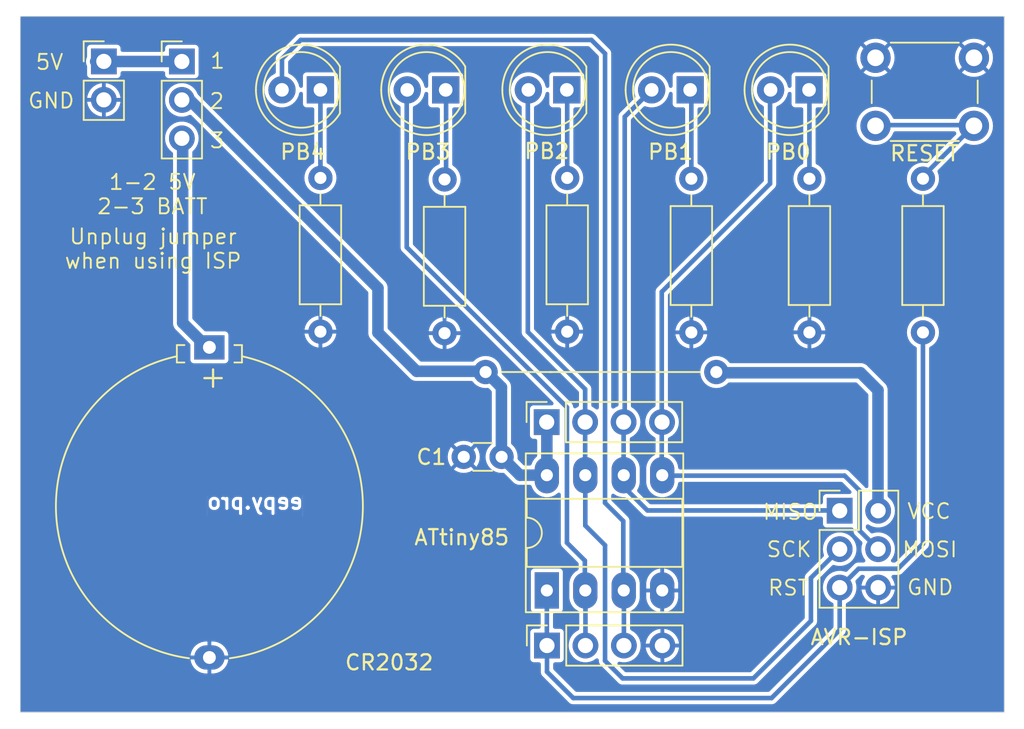
<source format=kicad_pcb>
(kicad_pcb (version 20240108) (generator "pcbnew") (generator_version "8.0")
  (title_block (title "avr-chaser-pcb") (date "2024-08-06") (rev "A") (company "eepy.pro"))
  (layers (0 "F.Cu" signal) (31 "B.Cu" signal) (34 "B.Paste" user) (35 "F.Paste" user) (36 "B.SilkS" user "B.Silkscreen") (37 "F.SilkS" user "F.Silkscreen") (38 "B.Mask" user) (39 "F.Mask" user) (44 "Edge.Cuts" user))
  (net 0 "")
  (net 1 "VCC")
  (net 2 "GND")
  (net 3 "Net-(D1-K)")
  (net 4 "/MOSI")
  (net 5 "/MISO")
  (net 6 "Net-(D2-K)")
  (net 7 "/SCK")
  (net 8 "Net-(D3-K)")
  (net 9 "Net-(D4-K)")
  (net 10 "Net-(D5-K)")
  (net 11 "/RESET")
  (net 12 "Net-(R6-Pad1)")
  (net 13 "+BATT")
  (net 14 "+5V")
  (net 15 "Net-(J1-VCC)")
  (net 16 "/PB3")
  (net 17 "/PB4")
  (footprint "Capacitor_THT:C_Disc_D3.0mm_W1.6mm_P2.50mm" (layer "F.Cu") (at 101.965999 73.258387 180)
    (property "Reference" "C1" (at 4.64 -0.010001 0) (layer "F.SilkS"))
    (property "Value" "0.1u" (hide yes))
    (fp_line (start 0.621 0.92) (end 1.879 0.92) (stroke (width 0.12)) (layer "F.SilkS"))
    (fp_line (start 0.621 -0.92) (end 1.879 -0.92) (stroke (width 0.12)) (layer "F.SilkS"))
    (pad "1" thru_hole circle (at 0 0 180) (size 1.6 1.6) (drill 0.8) (layers "*.Cu" "*.Mask") (net 1 "VCC"))
    (pad "2" thru_hole circle (at 2.5 0 180) (size 1.6 1.6) (drill 0.8) (layers "*.Cu" "*.Mask") (net 2 "GND"))
  )
  (footprint "Resistor_THT:R_Axial_DIN0207_L6.3mm_D2.5mm_P10.16mm_Horizontal" (layer "F.Cu") (at 122.3 54.87 -90)
    (property "Reference" "R1" (hide yes))
    (property "Value" "R")
    (fp_line (start 1.81 1.37) (end 8.35 1.37) (stroke (width 0.12)) (layer "F.SilkS"))
    (fp_line (start 8.35 1.37) (end 8.35 -1.37) (stroke (width 0.12)) (layer "F.SilkS"))
    (fp_line (start 1.04 0) (end 1.81 0) (stroke (width 0.12)) (layer "F.SilkS"))
    (fp_line (start 9.12 0) (end 8.35 0) (stroke (width 0.12)) (layer "F.SilkS"))
    (fp_line (start 1.81 -1.37) (end 1.81 1.37) (stroke (width 0.12)) (layer "F.SilkS"))
    (fp_line (start 8.35 -1.37) (end 1.81 -1.37) (stroke (width 0.12)) (layer "F.SilkS"))
    (pad "1" thru_hole circle (at 0 0 270) (size 1.6 1.6) (drill 0.8) (layers "*.Cu" "*.Mask") (net 3 "Net-(D1-K)"))
    (pad "2" thru_hole oval (at 10.16 0 270) (size 1.6 1.6) (drill 0.8) (layers "*.Cu" "*.Mask") (net 2 "GND"))
  )
  (footprint "Connector_PinSocket_2.54mm:PinSocket_1x04_P2.54mm_Vertical" (layer "F.Cu") (at 104.946 70.958387 90)
    (property "Reference" "J4" (hide yes))
    (property "Value" "Conn_01x04_Socket" (hide yes))
    (fp_line (start 1.33 -1.33) (end 1.33 0) (stroke (width 0.12)) (layer "F.SilkS"))
    (fp_line (start 0 -1.33) (end 1.33 -1.33) (stroke (width 0.12)) (layer "F.SilkS"))
    (fp_line (start 1.33 1.270001) (end 1.33 8.95) (stroke (width 0.12)) (layer "F.SilkS"))
    (fp_line (start -1.33 1.270001) (end 1.33 1.270001) (stroke (width 0.12)) (layer "F.SilkS"))
    (fp_line (start -1.33 1.270001) (end -1.33 8.95) (stroke (width 0.12)) (layer "F.SilkS"))
    (fp_line (start -1.33 8.95) (end 1.33 8.95) (stroke (width 0.12)) (layer "F.SilkS"))
    (pad "1" thru_hole rect (at 0 0 90) (size 1.7 1.7) (drill 1) (layers "*.Cu" "*.Mask") (net 1 "VCC"))
    (pad "2" thru_hole oval (at 0 2.54 90) (size 1.7 1.7) (drill 1) (layers "*.Cu" "*.Mask") (net 7 "/SCK"))
    (pad "3" thru_hole oval (at 0 5.079999 90) (size 1.7 1.7) (drill 1) (layers "*.Cu" "*.Mask") (net 5 "/MISO"))
    (pad "4" thru_hole oval (at 0 7.62 90) (size 1.7 1.7) (drill 1) (layers "*.Cu" "*.Mask") (net 4 "/MOSI"))
  )
  (footprint "LED_THT:LED_D5.0mm" (layer "F.Cu") (at 90 48.998387 180)
    (property "Reference" "D5" (hide yes))
    (property "Value" "PB4" (at 1.171 -4.101613 180) (layer "F.SilkS"))
    (fp_line (start -1.29 -1.545) (end -1.29 1.545) (stroke (width 0.12)) (layer "F.SilkS"))
    (fp_arc (start 4.26 -0.000462) (mid 2.072002 2.880432) (end -1.29 1.54483) (stroke (width 0.12)) (layer "F.SilkS"))
    (fp_arc (start -1.29 -1.54483) (mid 2.072003 -2.880435) (end 4.26 0.000462) (stroke (width 0.12)) (layer "F.SilkS"))
    (fp_circle (center 1.270001 0) (end 3.770001 0) (stroke (width 0.12)) (fill none) (layer "F.SilkS"))
    (pad "1" thru_hole rect (at 0 0 180) (size 1.8 1.8) (drill 0.9) (layers "*.Cu" "*.Mask") (net 10 "Net-(D5-K)"))
    (pad "2" thru_hole circle (at 2.54 0 180) (size 1.8 1.8) (drill 0.9) (layers "*.Cu" "*.Mask") (net 17 "/PB4"))
  )
  (footprint "LED_THT:LED_D5.0mm" (layer "F.Cu") (at 122.275 48.998387 180)
    (property "Reference" "D1" (hide yes))
    (property "Value" "PB0" (at 1.370999 -4.101613 180) (layer "F.SilkS"))
    (fp_line (start -1.29 -1.545) (end -1.29 1.545) (stroke (width 0.12)) (layer "F.SilkS"))
    (fp_arc (start 4.26 -0.000462) (mid 2.072002 2.880432) (end -1.29 1.54483) (stroke (width 0.12)) (layer "F.SilkS"))
    (fp_arc (start -1.29 -1.54483) (mid 2.072003 -2.880435) (end 4.26 0.000462) (stroke (width 0.12)) (layer "F.SilkS"))
    (fp_circle (center 1.270001 0) (end 3.770001 0) (stroke (width 0.12)) (fill none) (layer "F.SilkS"))
    (pad "1" thru_hole rect (at 0 0 180) (size 1.8 1.8) (drill 0.9) (layers "*.Cu" "*.Mask") (net 3 "Net-(D1-K)"))
    (pad "2" thru_hole circle (at 2.54 0 180) (size 1.8 1.8) (drill 0.9) (layers "*.Cu" "*.Mask") (net 4 "/MOSI"))
  )
  (footprint "Connector_PinHeader_2.54mm:PinHeader_1x03_P2.54mm_Vertical" (layer "F.Cu") (at 80.846122 47.123388)
    (property "Reference" "J2" (hide yes))
    (property "Value" "PWR SEL" (hide yes))
    (fp_line (start -1.33 -1.33) (end 0 -1.33) (stroke (width 0.12)) (layer "F.SilkS"))
    (fp_line (start -1.33 0) (end -1.33 -1.33) (stroke (width 0.12)) (layer "F.SilkS"))
    (fp_line (start -1.33 1.270001) (end -1.33 6.409999) (stroke (width 0.12)) (layer "F.SilkS"))
    (fp_line (start -1.33 1.270001) (end 1.33 1.270001) (stroke (width 0.12)) (layer "F.SilkS"))
    (fp_line (start -1.33 6.409999) (end 1.33 6.409999) (stroke (width 0.12)) (layer "F.SilkS"))
    (fp_line (start 1.33 1.270001) (end 1.33 6.409999) (stroke (width 0.12)) (layer "F.SilkS"))
    (pad "1" thru_hole rect (at 0 0) (size 1.7 1.7) (drill 1) (layers "*.Cu" "*.Mask") (net 14 "+5V"))
    (pad "2" thru_hole oval (at 0 2.54) (size 1.7 1.7) (drill 1) (layers "*.Cu" "*.Mask") (net 1 "VCC"))
    (pad "3" thru_hole oval (at 0 5.079999) (size 1.7 1.7) (drill 1) (layers "*.Cu" "*.Mask") (net 13 "+BATT"))
  )
  (footprint "Connector_PinHeader_2.54mm:PinHeader_2x03_P2.54mm_Vertical" (layer "F.Cu") (at 124.3 76.818387)
    (property "Reference" "J1" (hide yes))
    (property "Value" "AVR-ISP" (at 1.28 8.36 0) (layer "F.SilkS"))
    (fp_line (start -1.33 -1.33) (end 0 -1.33) (stroke (width 0.12)) (layer "F.SilkS"))
    (fp_line (start -1.33 0) (end -1.33 -1.33) (stroke (width 0.12)) (layer "F.SilkS"))
    (fp_line (start -1.33 1.270001) (end -1.33 6.409999) (stroke (width 0.12)) (layer "F.SilkS"))
    (fp_line (start -1.33 1.270001) (end 1.27 1.27) (stroke (width 0.12)) (layer "F.SilkS"))
    (fp_line (start -1.33 6.409999) (end 3.87 6.41) (stroke (width 0.12)) (layer "F.SilkS"))
    (fp_line (start 1.27 1.27) (end 1.270001 -1.33) (stroke (width 0.12)) (layer "F.SilkS"))
    (fp_line (start 1.270001 -1.33) (end 3.87 -1.33) (stroke (width 0.12)) (layer "F.SilkS"))
    (fp_line (start 3.87 -1.33) (end 3.87 6.41) (stroke (width 0.12)) (layer "F.SilkS"))
    (pad "1" thru_hole rect (at 0 0) (size 1.7 1.7) (drill 1) (layers "*.Cu" "*.Mask") (net 5 "/MISO"))
    (pad "2" thru_hole oval (at 2.54 0) (size 1.7 1.7) (drill 1) (layers "*.Cu" "*.Mask") (net 15 "Net-(J1-VCC)"))
    (pad "3" thru_hole oval (at 0 2.54) (size 1.7 1.7) (drill 1) (layers "*.Cu" "*.Mask") (net 7 "/SCK"))
    (pad "4" thru_hole oval (at 2.54 2.54) (size 1.7 1.7) (drill 1) (layers "*.Cu" "*.Mask") (net 4 "/MOSI"))
    (pad "5" thru_hole oval (at 0 5.079999) (size 1.7 1.7) (drill 1) (layers "*.Cu" "*.Mask") (net 11 "/RESET"))
    (pad "6" thru_hole oval (at 2.54 5.08) (size 1.7 1.7) (drill 1) (layers "*.Cu" "*.Mask") (net 2 "GND"))
  )
  (footprint "Resistor_THT:R_Axial_DIN0207_L6.3mm_D2.5mm_P15.24mm_Horizontal" (layer "F.Cu") (at 100.91 67.65)
    (property "Reference" "R7" (hide yes))
    (property "Value" "0R" (hide yes))
    (fp_line (start 1.04 0) (end 4.35 0) (stroke (width 0.12)) (layer "F.SilkS"))
    (fp_line (start 4.23 0) (end 10.89 0) (stroke (width 0.12)) (layer "F.SilkS"))
    (fp_line (start 14.2 0) (end 10.89 0) (stroke (width 0.12)) (layer "F.SilkS"))
    (pad "1" thru_hole circle (at 0 0) (size 1.6 1.6) (drill 0.8) (layers "*.Cu" "*.Mask") (net 1 "VCC"))
    (pad "2" thru_hole oval (at 15.24 0) (size 1.6 1.6) (drill 0.8) (layers "*.Cu" "*.Mask") (net 15 "Net-(J1-VCC)"))
  )
  (footprint "LED_THT:LED_D5.0mm" (layer "F.Cu") (at 114.421 48.998387 180)
    (property "Reference" "D2" (hide yes))
    (property "Value" "PB1" (at 1.295 -4.101613 180) (layer "F.SilkS"))
    (fp_line (start -1.29 -1.545) (end -1.29 1.545) (stroke (width 0.12)) (layer "F.SilkS"))
    (fp_arc (start 4.26 -0.000462) (mid 2.072002 2.880432) (end -1.29 1.54483) (stroke (width 0.12)) (layer "F.SilkS"))
    (fp_arc (start -1.29 -1.54483) (mid 2.072003 -2.880435) (end 4.26 0.000462) (stroke (width 0.12)) (layer "F.SilkS"))
    (fp_circle (center 1.270001 0) (end 3.770001 0) (stroke (width 0.12)) (fill none) (layer "F.SilkS"))
    (pad "1" thru_hole rect (at 0 0 180) (size 1.8 1.8) (drill 0.9) (layers "*.Cu" "*.Mask") (net 6 "Net-(D2-K)"))
    (pad "2" thru_hole circle (at 2.54 0 180) (size 1.8 1.8) (drill 0.9) (layers "*.Cu" "*.Mask") (net 5 "/MISO"))
  )
  (footprint "Connector_PinHeader_2.54mm:PinHeader_1x02_P2.54mm_Vertical" (layer "F.Cu") (at 75.692 47.117387)
    (property "Reference" "J3" (hide yes))
    (property "Value" "5V IN" (hide yes))
    (fp_line (start -1.33 -1.33) (end 0 -1.33) (stroke (width 0.12)) (layer "F.SilkS"))
    (fp_line (start -1.33 0) (end -1.33 -1.33) (stroke (width 0.12)) (layer "F.SilkS"))
    (fp_line (start -1.33 1.270001) (end -1.33 3.87) (stroke (width 0.12)) (layer "F.SilkS"))
    (fp_line (start -1.33 1.270001) (end 1.33 1.270001) (stroke (width 0.12)) (layer "F.SilkS"))
    (fp_line (start -1.33 3.87) (end 1.33 3.87) (stroke (width 0.12)) (layer "F.SilkS"))
    (fp_line (start 1.33 1.270001) (end 1.33 3.87) (stroke (width 0.12)) (layer "F.SilkS"))
    (pad "1" thru_hole rect (at 0 0) (size 1.7 1.7) (drill 1) (layers "*.Cu" "*.Mask") (net 14 "+5V"))
    (pad "2" thru_hole oval (at 0 2.54) (size 1.7 1.7) (drill 1) (layers "*.Cu" "*.Mask") (net 2 "GND"))
  )
  (footprint "Resistor_THT:R_Axial_DIN0207_L6.3mm_D2.5mm_P10.16mm_Horizontal" (layer "F.Cu") (at 106.3 54.82 -90)
    (property "Reference" "R3" (hide yes))
    (property "Value" "R")
    (fp_line (start 1.81 1.37) (end 8.35 1.37) (stroke (width 0.12)) (layer "F.SilkS"))
    (fp_line (start 8.35 1.37) (end 8.35 -1.37) (stroke (width 0.12)) (layer "F.SilkS"))
    (fp_line (start 1.04 0) (end 1.81 0) (stroke (width 0.12)) (layer "F.SilkS"))
    (fp_line (start 9.12 0) (end 8.35 0) (stroke (width 0.12)) (layer "F.SilkS"))
    (fp_line (start 1.81 -1.37) (end 1.81 1.37) (stroke (width 0.12)) (layer "F.SilkS"))
    (fp_line (start 8.35 -1.37) (end 1.81 -1.37) (stroke (width 0.12)) (layer "F.SilkS"))
    (pad "1" thru_hole circle (at 0 0 270) (size 1.6 1.6) (drill 0.8) (layers "*.Cu" "*.Mask") (net 8 "Net-(D3-K)"))
    (pad "2" thru_hole oval (at 10.16 0 270) (size 1.6 1.6) (drill 0.8) (layers "*.Cu" "*.Mask") (net 2 "GND"))
  )
  (footprint "Resistor_THT:R_Axial_DIN0207_L6.3mm_D2.5mm_P10.16mm_Horizontal" (layer "F.Cu") (at 90 54.82 -90)
    (property "Reference" "R5" (hide yes))
    (property "Value" "R")
    (fp_line (start 1.81 1.37) (end 8.35 1.37) (stroke (width 0.12)) (layer "F.SilkS"))
    (fp_line (start 8.35 1.37) (end 8.35 -1.37) (stroke (width 0.12)) (layer "F.SilkS"))
    (fp_line (start 1.04 0) (end 1.81 0) (stroke (width 0.12)) (layer "F.SilkS"))
    (fp_line (start 9.12 0) (end 8.35 0) (stroke (width 0.12)) (layer "F.SilkS"))
    (fp_line (start 1.81 -1.37) (end 1.81 1.37) (stroke (width 0.12)) (layer "F.SilkS"))
    (fp_line (start 8.35 -1.37) (end 1.81 -1.37) (stroke (width 0.12)) (layer "F.SilkS"))
    (pad "1" thru_hole circle (at 0 0 270) (size 1.6 1.6) (drill 0.8) (layers "*.Cu" "*.Mask") (net 10 "Net-(D5-K)"))
    (pad "2" thru_hole oval (at 10.16 0 270) (size 1.6 1.6) (drill 0.8) (layers "*.Cu" "*.Mask") (net 2 "GND"))
  )
  (footprint "Resistor_THT:R_Axial_DIN0207_L6.3mm_D2.5mm_P10.16mm_Horizontal" (layer "F.Cu") (at 98.2 54.92 -90)
    (property "Reference" "R4" (hide yes))
    (property "Value" "R")
    (fp_line (start 1.81 1.37) (end 8.35 1.37) (stroke (width 0.12)) (layer "F.SilkS"))
    (fp_line (start 8.35 1.37) (end 8.35 -1.37) (stroke (width 0.12)) (layer "F.SilkS"))
    (fp_line (start 1.04 0) (end 1.81 0) (stroke (width 0.12)) (layer "F.SilkS"))
    (fp_line (start 9.12 0) (end 8.35 0) (stroke (width 0.12)) (layer "F.SilkS"))
    (fp_line (start 1.81 -1.37) (end 1.81 1.37) (stroke (width 0.12)) (layer "F.SilkS"))
    (fp_line (start 8.35 -1.37) (end 1.81 -1.37) (stroke (width 0.12)) (layer "F.SilkS"))
    (pad "1" thru_hole circle (at 0 0 270) (size 1.6 1.6) (drill 0.8) (layers "*.Cu" "*.Mask") (net 9 "Net-(D4-K)"))
    (pad "2" thru_hole oval (at 10.16 0 270) (size 1.6 1.6) (drill 0.8) (layers "*.Cu" "*.Mask") (net 2 "GND"))
  )
  (footprint "Button_Switch_THT:SW_PUSH_6mm" (layer "F.Cu") (at 126.666 46.878387)
    (property "Reference" "SW1" (hide yes))
    (property "Value" "RESET" (at 3.234 6.321613 180) (layer "F.SilkS"))
    (fp_line (start -0.25 1.5) (end -0.25 3) (stroke (width 0.12)) (layer "F.SilkS"))
    (fp_line (start 1 5.5) (end 5.5 5.5) (stroke (width 0.12)) (layer "F.SilkS"))
    (fp_line (start 5.5 -1) (end 1 -1) (stroke (width 0.12)) (layer "F.SilkS"))
    (fp_line (start 6.75 3) (end 6.75 1.5) (stroke (width 0.12)) (layer "F.SilkS"))
    (pad "1" thru_hole circle (at 0 0 90) (size 2 2) (drill 1.1) (layers "*.Cu" "*.Mask") (net 2 "GND"))
    (pad "1" thru_hole circle (at 6.5 0 90) (size 2 2) (drill 1.1) (layers "*.Cu" "*.Mask") (net 2 "GND"))
    (pad "2" thru_hole circle (at 0 4.500001 90) (size 2 2) (drill 1.1) (layers "*.Cu" "*.Mask") (net 12 "Net-(R6-Pad1)"))
    (pad "2" thru_hole circle (at 6.500001 4.5 90) (size 2 2) (drill 1.1) (layers "*.Cu" "*.Mask") (net 12 "Net-(R6-Pad1)"))
  )
  (footprint "LED_THT:LED_D5.0mm" (layer "F.Cu") (at 98.275 49 180)
    (property "Reference" "D4" (hide yes))
    (property "Value" "PB3" (at 1.171001 -4.101613 180) (layer "F.SilkS"))
    (fp_line (start -1.29 -1.545) (end -1.29 1.545) (stroke (width 0.12)) (layer "F.SilkS"))
    (fp_arc (start 4.26 -0.000462) (mid 2.072002 2.880432) (end -1.29 1.54483) (stroke (width 0.12)) (layer "F.SilkS"))
    (fp_arc (start -1.29 -1.54483) (mid 2.072003 -2.880435) (end 4.26 0.000462) (stroke (width 0.12)) (layer "F.SilkS"))
    (fp_circle (center 1.270001 0) (end 3.770001 0) (stroke (width 0.12)) (fill none) (layer "F.SilkS"))
    (pad "1" thru_hole rect (at 0 0 180) (size 1.8 1.8) (drill 0.9) (layers "*.Cu" "*.Mask") (net 9 "Net-(D4-K)"))
    (pad "2" thru_hole circle (at 2.54 0 180) (size 1.8 1.8) (drill 0.9) (layers "*.Cu" "*.Mask") (net 16 "/PB3"))
  )
  (footprint "Connector_PinSocket_2.54mm:PinSocket_1x04_P2.54mm_Vertical" (layer "F.Cu") (at 104.966 85.728387 90)
    (property "Reference" "J5" (hide yes))
    (property "Value" "Conn_01x04_Socket" (hide yes))
    (fp_line (start 1.33 -1.33) (end 1.33 0) (stroke (width 0.12)) (layer "F.SilkS"))
    (fp_line (start 0 -1.33) (end 1.33 -1.33) (stroke (width 0.12)) (layer "F.SilkS"))
    (fp_line (start 1.33 1.270001) (end 1.33 8.95) (stroke (width 0.12)) (layer "F.SilkS"))
    (fp_line (start -1.33 1.270001) (end 1.33 1.270001) (stroke (width 0.12)) (layer "F.SilkS"))
    (fp_line (start -1.33 1.270001) (end -1.33 8.95) (stroke (width 0.12)) (layer "F.SilkS"))
    (fp_line (start -1.33 8.95) (end 1.33 8.95) (stroke (width 0.12)) (layer "F.SilkS"))
    (pad "1" thru_hole rect (at 0 0 90) (size 1.7 1.7) (drill 1) (layers "*.Cu" "*.Mask") (net 11 "/RESET"))
    (pad "2" thru_hole oval (at 0 2.54 90) (size 1.7 1.7) (drill 1) (layers "*.Cu" "*.Mask") (net 16 "/PB3"))
    (pad "3" thru_hole oval (at 0 5.079999 90) (size 1.7 1.7) (drill 1) (layers "*.Cu" "*.Mask") (net 17 "/PB4"))
    (pad "4" thru_hole oval (at 0 7.62 90) (size 1.7 1.7) (drill 1) (layers "*.Cu" "*.Mask") (net 2 "GND"))
  )
  (footprint "Battery:Battery_Panasonic_CR2032-HFN_Horizontal_CircularHoles" (layer "F.Cu") (at 82.666 66.018387 -90)
    (property "Reference" "BT1" (hide yes))
    (property "Value" "CR2032" (at 20.831613 -11.874 180) (layer "F.SilkS"))
    (fp_line (start -0.15 2.150001) (end 1 2.15) (stroke (width 0.12)) (layer "F.SilkS"))
    (fp_line (start -0.15 2.150001) (end -0.15 1.65) (stroke (width 0.12)) (layer "F.SilkS"))
    (fp_line (start 1 2.15) (end 1 1.65) (stroke (width 0.12)) (layer "F.SilkS"))
    (fp_line (start 1 -2.15) (end 1 -1.65) (stroke (width 0.12)) (layer "F.SilkS"))
    (fp_line (start -0.15 -2.150001) (end -0.15 -1.65) (stroke (width 0.12)) (layer "F.SilkS"))
    (fp_line (start -0.15 -2.150001) (end 1 -2.15) (stroke (width 0.12)) (layer "F.SilkS"))
    (fp_arc (start 20.55 1.35) (mid 10.905879 10.130166) (end 0.59 2.150001) (stroke (width 0.12)) (layer "F.SilkS"))
    (fp_arc (start 0.59 -2.150001) (mid 10.905879 -10.130166) (end 20.55 -1.35) (stroke (width 0.12)) (layer "F.SilkS"))
    (fp_text user "+" (at 2.032 -0.127001 90) (layer "F.SilkS") (effects (font (size 1.5 1.5))))
    (pad "1" thru_hole rect (at 0 0 270) (size 1.6 2) (drill 0.85) (layers "*.Cu" "*.Mask") (net 13 "+BATT"))
    (pad "2" thru_hole oval (at 20.5 0 270) (size 1.6 2) (drill 0.85) (layers "*.Cu" "*.Mask") (net 2 "GND"))
  )
  (footprint "Package_DIP:DIP-8_W7.62mm_Socket_LongPads" (layer "F.Cu") (at 104.956001 82.088387 90)
    (property "Reference" "U1" (hide yes))
    (property "Value" "ATtiny85" (at 3.51 -5.62 0) (layer "F.SilkS"))
    (fp_line (start 9.06 -1.39) (end -1.44 -1.39) (stroke (width 0.12)) (layer "F.SilkS"))
    (fp_line (start -1.44 -1.39) (end -1.44 9.01) (stroke (width 0.12)) (layer "F.SilkS"))
    (fp_line (start 6.06 -1.33) (end 4.810001 -1.33) (stroke (width 0.12)) (layer "F.SilkS"))
    (fp_line (start 2.81 -1.33) (end 1.560001 -1.33) (stroke (width 0.12)) (layer "F.SilkS"))
    (fp_line (start 1.560001 -1.33) (end 1.56 8.95) (stroke (width 0.12)) (layer "F.SilkS"))
    (fp_line (start 6.06 8.95) (end 6.06 -1.33) (stroke (width 0.12)) (layer "F.SilkS"))
    (fp_line (start 1.56 8.95) (end 6.06 8.95) (stroke (width 0.12)) (layer "F.SilkS"))
    (fp_line (start -1.44 9.01) (end 9.06 9.010001) (stroke (width 0.12)) (layer "F.SilkS"))
    (fp_line (start 9.06 9.010001) (end 9.06 -1.39) (stroke (width 0.12)) (layer "F.SilkS"))
    (fp_arc (start 4.810001 -1.33) (mid 3.81 -0.329999) (end 2.81 -1.33) (stroke (width 0.12)) (layer "F.SilkS"))
    (pad "1" thru_hole rect (at 0 0 90) (size 2.4 1.6) (drill 0.8) (layers "*.Cu" "*.Mask") (net 11 "/RESET"))
    (pad "2" thru_hole oval (at 0 2.54 90) (size 2.4 1.6) (drill 0.8) (layers "*.Cu" "*.Mask") (net 16 "/PB3"))
    (pad "3" thru_hole oval (at 0 5.079999 90) (size 2.4 1.6) (drill 0.8) (layers "*.Cu" "*.Mask") (net 17 "/PB4"))
    (pad "4" thru_hole oval (at 0 7.62 90) (size 2.4 1.6) (drill 0.8) (layers "*.Cu" "*.Mask") (net 2 "GND"))
    (pad "5" thru_hole oval (at 7.62 7.62 90) (size 2.4 1.6) (drill 0.8) (layers "*.Cu" "*.Mask") (net 4 "/MOSI"))
    (pad "6" thru_hole oval (at 7.62 5.08 90) (size 2.4 1.6) (drill 0.8) (layers "*.Cu" "*.Mask") (net 5 "/MISO"))
    (pad "7" thru_hole oval (at 7.62 2.54 90) (size 2.4 1.6) (drill 0.8) (layers "*.Cu" "*.Mask") (net 7 "/SCK"))
    (pad "8" thru_hole oval (at 7.62 0 90) (size 2.4 1.6) (drill 0.8) (layers "*.Cu" "*.Mask") (net 1 "VCC"))
  )
  (footprint "Resistor_THT:R_Axial_DIN0207_L6.3mm_D2.5mm_P10.16mm_Horizontal" (layer "F.Cu") (at 114.5 54.87 -90)
    (property "Reference" "R2" (hide yes))
    (property "Value" "R")
    (fp_line (start 1.81 1.37) (end 8.35 1.37) (stroke (width 0.12)) (layer "F.SilkS"))
    (fp_line (start 8.35 1.37) (end 8.35 -1.37) (stroke (width 0.12)) (layer "F.SilkS"))
    (fp_line (start 1.04 0) (end 1.81 0) (stroke (width 0.12)) (layer "F.SilkS"))
    (fp_line (start 9.12 0) (end 8.35 0) (stroke (width 0.12)) (layer "F.SilkS"))
    (fp_line (start 1.81 -1.37) (end 1.81 1.37) (stroke (width 0.12)) (layer "F.SilkS"))
    (fp_line (start 8.35 -1.37) (end 1.81 -1.37) (stroke (width 0.12)) (layer "F.SilkS"))
    (pad "1" thru_hole circle (at 0 0 270) (size 1.6 1.6) (drill 0.8) (layers "*.Cu" "*.Mask") (net 6 "Net-(D2-K)"))
    (pad "2" thru_hole oval (at 10.16 0 270) (size 1.6 1.6) (drill 0.8) (layers "*.Cu" "*.Mask") (net 2 "GND"))
  )
  (footprint "LED_THT:LED_D5.0mm" (layer "F.Cu") (at 106.275 48.998387 180)
    (property "Reference" "D3" (hide yes))
    (property "Value" "PB2" (at 1.321 -4.051613 180) (layer "F.SilkS"))
    (fp_line (start -1.29 -1.545) (end -1.29 1.545) (stroke (width 0.12)) (layer "F.SilkS"))
    (fp_arc (start 4.26 -0.000462) (mid 2.072002 2.880432) (end -1.29 1.54483) (stroke (width 0.12)) (layer "F.SilkS"))
    (fp_arc (start -1.29 -1.54483) (mid 2.072003 -2.880435) (end 4.26 0.000462) (stroke (width 0.12)) (layer "F.SilkS"))
    (fp_circle (center 1.270001 0) (end 3.770001 0) (stroke (width 0.12)) (fill none) (layer "F.SilkS"))
    (pad "1" thru_hole rect (at 0 0 180) (size 1.8 1.8) (drill 0.9) (layers "*.Cu" "*.Mask") (net 8 "Net-(D3-K)"))
    (pad "2" thru_hole circle (at 2.54 0 180) (size 1.8 1.8) (drill 0.9) (layers "*.Cu" "*.Mask") (net 7 "/SCK"))
  )
  (footprint "Resistor_THT:R_Axial_DIN0207_L6.3mm_D2.5mm_P10.16mm_Horizontal" (layer "F.Cu") (at 129.8 54.87 -90)
    (property "Reference" "R6" (hide yes))
    (property "Value" "330R")
    (fp_line (start 1.81 1.37) (end 8.35 1.37) (stroke (width 0.12)) (layer "F.SilkS"))
    (fp_line (start 8.35 1.37) (end 8.35 -1.37) (stroke (width 0.12)) (layer "F.SilkS"))
    (fp_line (start 1.04 0) (end 1.81 0) (stroke (width 0.12)) (layer "F.SilkS"))
    (fp_line (start 9.12 0) (end 8.35 0) (stroke (width 0.12)) (layer "F.SilkS"))
    (fp_line (start 1.81 -1.37) (end 1.81 1.37) (stroke (width 0.12)) (layer "F.SilkS"))
    (fp_line (start 8.35 -1.37) (end 1.81 -1.37) (stroke (width 0.12)) (layer "F.SilkS"))
    (pad "1" thru_hole circle (at 0 0 270) (size 1.6 1.6) (drill 0.8) (layers "*.Cu" "*.Mask") (net 12 "Net-(R6-Pad1)"))
    (pad "2" thru_hole oval (at 10.16 0 270) (size 1.6 1.6) (drill 0.8) (layers "*.Cu" "*.Mask") (net 11 "/RESET"))
  )
  (gr_rect (start 70.176 44.138387) (end 135.176 90.138387) (stroke (width 0.05)) (fill none) (layer "Edge.Cuts"))
  (gr_text "eepy.pro" (at 88.95 76.8 0) (layer "B.Cu" knockout) (effects (font (size 1 1) (thickness 0.2) (bold yes)) (justify left bottom mirror)))
  (gr_text "MOSI" (at 128.36 79.968387 0) (layer "F.SilkS") (effects (font (size 1 1) (thickness 0.125)) (justify left bottom)))
  (gr_text "3" (at 82.616 52.928387 0) (layer "F.SilkS") (effects (font (size 1 1) (thickness 0.125)) (justify left bottom)))
  (gr_text "RST" (at 119.49 82.498387 0) (layer "F.SilkS") (effects (font (size 1 1) (thickness 0.125)) (justify left bottom)))
  (gr_text "1" (at 82.646 47.668387 0) (layer "F.SilkS") (effects (font (size 1 1) (thickness 0.125)) (justify left bottom)))
  (gr_text "Unplug jumper\nwhen using ISP" (at 78.95 59.5 0) (layer "F.SilkS") (effects (font (size 1 1) (thickness 0.125))))
  (gr_text "MISO" (at 119.15 77.488387 0) (layer "F.SilkS") (effects (font (size 1 1) (thickness 0.125)) (justify left bottom)))
  (gr_text "2" (at 82.596 50.328387 0) (layer "F.SilkS") (effects (font (size 1 1) (thickness 0.125)) (justify left bottom)))
  (gr_text "VCC" (at 128.69 77.438387 0) (layer "F.SilkS") (effects (font (size 1 1) (thickness 0.125)) (justify left bottom)))
  (gr_text "GND" (at 128.67 82.468387 0) (layer "F.SilkS") (effects (font (size 1 1) (thickness 0.125)) (justify left bottom)))
  (gr_text "SCK" (at 119.4 79.958387 0) (layer "F.SilkS") (effects (font (size 1 1) (thickness 0.125)) (justify left bottom)))
  (gr_text "5V" (at 71.12 47.748387 0) (layer "F.SilkS") (effects (font (size 1 1) (thickness 0.125)) (justify left bottom)))
  (gr_text "GND" (at 70.612 50.298387 0) (layer "F.SilkS") (effects (font (size 1 1) (thickness 0.125)) (justify left bottom)))
  (gr_text "1-2 5V\n2-3 BATT" (at 78.9 55.9 0) (layer "F.SilkS") (effects (font (size 1 1) (thickness 0.125))))
  (segment (start 93.8 65.05) (end 93.8 62.1) (width 0.762) (layer "B.Cu") (net 1))
  (segment (start 101.956 73.248388) (end 101.956 68.656) (width 0.762) (layer "B.Cu") (net 1))
  (segment (start 93.8 62.1) (end 81.363388 49.663388) (width 0.762) (layer "B.Cu") (net 1))
  (segment (start 103.175999 74.468387) (end 101.965999 73.258387) (width 0.762) (layer "B.Cu") (net 1))
  (segment (start 101.956 68.656) (end 100.9 67.6) (width 0.762) (layer "B.Cu") (net 1))
  (segment (start 100.9 67.6) (end 96.35 67.6) (width 0.762) (layer "B.Cu") (net 1))
  (segment (start 104.956001 74.468387) (end 104.956001 70.968388) (width 0.762) (layer "B.Cu") (net 1))
  (segment (start 104.956001 74.468387) (end 103.175999 74.468387) (width 0.762) (layer "B.Cu") (net 1))
  (segment (start 81.363388 49.663388) (end 80.846122 49.663388) (width 0.762) (layer "B.Cu") (net 1))
  (segment (start 104.956001 70.968388) (end 104.946 70.958387) (width 0.762) (layer "B.Cu") (net 1))
  (segment (start 96.35 67.6) (end 93.8 65.05) (width 0.762) (layer "B.Cu") (net 1))
  (segment (start 101.965999 73.258387) (end 101.956 73.248388) (width 0.762) (layer "B.Cu") (net 1))
  (segment (start 122.275 48.998387) (end 122.3 49.023387) (width 0.3048) (layer "B.Cu") (net 3))
  (segment (start 122.3 49.023387) (end 122.3 54.52) (width 0.3048) (layer "B.Cu") (net 3))
  (segment (start 122.3 54.52) (end 121.95 54.87) (width 0.3048) (layer "B.Cu") (net 3))
  (segment (start 119.7 55.2) (end 119.7 49.317388) (width 0.3048) (layer "B.Cu") (net 4))
  (segment (start 125.62 78.138387) (end 125.62 75.496) (width 0.3048) (layer "B.Cu") (net 4))
  (segment (start 112.546 74.5) (end 112.546 62.354) (width 0.3048) (layer "B.Cu") (net 4))
  (segment (start 112.546 62.354) (end 119.7 55.2) (width 0.3048) (layer "B.Cu") (net 4))
  (segment (start 125.62 75.496) (end 124.624 74.5) (width 0.3048) (layer "B.Cu") (net 4))
  (segment (start 124.624 74.5) (end 112.546 74.5) (width 0.3048) (layer "B.Cu") (net 4))
  (segment (start 126.84 79.358387) (end 125.62 78.138387) (width 0.3048) (layer "B.Cu") (net 4))
  (segment (start 110.1 70.884386) (end 110.1 50.779387) (width 0.3048) (layer "B.Cu") (net 5))
  (segment (start 110.006 74.288387) (end 110.006 75.208) (width 0.3048) (layer "B.Cu") (net 5))
  (segment (start 110.036001 74.468387) (end 110.025999 74.458385) (width 0.3048) (layer "B.Cu") (net 5))
  (segment (start 110.025999 74.458385) (end 110.025999 70.958387) (width 0.3048) (layer "B.Cu") (net 5))
  (segment (start 110.1 50.779387) (end 111.881 48.998387) (width 0.3048) (layer "B.Cu") (net 5))
  (segment (start 111.598 76.8) (end 124.281613 76.8) (width 0.3048) (layer "B.Cu") (net 5))
  (segment (start 110.006 75.208) (end 111.598 76.8) (width 0.3048) (layer "B.Cu") (net 5))
  (segment (start 110.025999 70.958387) (end 110.1 70.884386) (width 0.3048) (layer "B.Cu") (net 5))
  (segment (start 124.281613 76.8) (end 124.3 76.818387) (width 0.3048) (layer "B.Cu") (net 5))
  (segment (start 114.421 48.998387) (end 114.5 49.077387) (width 0.3048) (layer "B.Cu") (net 6))
  (segment (start 114.5 49.077387) (end 114.5 54.87) (width 0.3048) (layer "B.Cu") (net 6))
  (segment (start 122.4 81.258387) (end 124.3 79.358387) (width 0.3048) (layer "B.Cu") (net 7))
  (segment (start 118.6 87.9) (end 122.4 84.1) (width 0.3048) (layer "B.Cu") (net 7))
  (segment (start 108.8 79.1) (end 108.8 86.736193) (width 0.3048) (layer "B.Cu") (net 7))
  (segment (start 107.496 74.318387) (end 107.496 77.796) (width 0.3048) (layer "B.Cu") (net 7))
  (segment (start 107.496 77.796) (end 108.8 79.1) (width 0.3048) (layer "B.Cu") (net 7))
  (segment (start 109.963807 87.9) (end 118.6 87.9) (width 0.3048) (layer "B.Cu") (net 7))
  (segment (start 107.486 70.958387) (end 107.486 68.786) (width 0.3048) (layer "B.Cu") (net 7))
  (segment (start 122.4 84.1) (end 122.4 81.258387) (width 0.3048) (layer "B.Cu") (net 7))
  (segment (start 107.486 68.786) (end 103.7 65) (width 0.3048) (layer "B.Cu") (net 7))
  (segment (start 103.7 65) (end 103.7 49.679387) (width 0.3048) (layer "B.Cu") (net 7))
  (segment (start 107.486 70.578387) (end 107.486 74.458386) (width 0.3048) (layer "B.Cu") (net 7))
  (segment (start 108.8 86.736193) (end 109.963807 87.9) (width 0.3048) (layer "B.Cu") (net 7))
  (segment (start 107.486 74.458386) (end 107.496001 74.468387) (width 0.3048) (layer "B.Cu") (net 7))
  (segment (start 106.3 49.619387) (end 106.3 54.199) (width 0.3048) (layer "B.Cu") (net 8))
  (segment (start 106.3 54.199) (end 106.921 54.82) (width 0.3048) (layer "B.Cu") (net 8))
  (segment (start 98.275 49) (end 98.3 49.025) (width 0.3048) (layer "B.Cu") (net 9))
  (segment (start 98.3 49.025) (end 98.3 54.82) (width 0.3048) (layer "B.Cu") (net 9))
  (segment (start 98.3 54.82) (end 98.2 54.92) (width 0.3048) (layer "B.Cu") (net 9))
  (segment (start 90 48.998387) (end 90 54.82) (width 0.3048) (layer "B.Cu") (net 10))
  (segment (start 125.547999 80.650387) (end 128.149613 80.650387) (width 0.3048) (layer "B.Cu") (net 11))
  (segment (start 124.3 84.7) (end 124.3 81.898386) (width 0.3048) (layer "B.Cu") (net 11))
  (segment (start 129.8 65.45) (end 129.776 65.426) (width 0.3048) (layer "B.Cu") (net 11))
  (segment (start 129.8 79) (end 129.8 65.45) (width 0.3048) (layer "B.Cu") (net 11))
  (segment (start 104.966 87.466) (end 106.7 89.2) (width 0.3048) (layer "B.Cu") (net 11))
  (segment (start 124.3 81.898386) (end 125.547999 80.650387) (width 0.3048) (layer "B.Cu") (net 11))
  (segment (start 119.8 89.2) (end 124.3 84.7) (width 0.3048) (layer "B.Cu") (net 11))
  (segment (start 104.956 85.718387) (end 104.966 85.728387) (width 0.3048) (layer "B.Cu") (net 11))
  (segment (start 128.149613 80.650387) (end 129.8 79) (width 0.3048) (layer "B.Cu") (net 11))
  (segment (start 104.956 81.808387) (end 104.956 85.718387) (width 0.3048) (layer "B.Cu") (net 11))
  (segment (start 104.966 85.728387) (end 104.966 87.466) (width 0.3048) (layer "B.Cu") (net 11))
  (segment (start 106.7 89.2) (end 119.8 89.2) (width 0.3048) (layer "B.Cu") (net 11))
  (segment (start 126.716 51.328388) (end 133.166 51.328388) (width 0.3048) (layer "B.Cu") (net 12))
  (segment (start 133.136 51.378387) (end 133.166001 51.378387) (width 0.3048) (layer "B.Cu") (net 12))
  (segment (start 129.776 54.738387) (end 133.136 51.378387) (width 0.3048) (layer "B.Cu") (net 12))
  (segment (start 126.666 51.378388) (end 126.716 51.328388) (width 0.3048) (layer "B.Cu") (net 12))
  (segment (start 82.666 66.018387) (end 82.518387 66.018387) (width 0.762) (layer "B.Cu") (net 13))
  (segment (start 80.9 52.557265) (end 80.846122 52.503387) (width 0.762) (layer "B.Cu") (net 13))
  (segment (start 82.518387 66.018387) (end 80.9 64.4) (width 0.762) (layer "B.Cu") (net 13))
  (segment (start 80.9 64.4) (end 80.9 52.557265) (width 0.762) (layer "B.Cu") (net 13))
  (segment (start 80.846122 47.123388) (end 75.151121 47.123388) (width 0.762) (layer "B.Cu") (net 14))
  (segment (start 116.236 67.598387) (end 116.337613 67.7) (width 0.762) (layer "B.Cu") (net 15))
  (segment (start 126.83 68.852387) (end 126.83 76.808387) (width 0.762) (layer "B.Cu") (net 15))
  (segment (start 116.337613 67.7) (end 125.677613 67.7) (width 0.762) (layer "B.Cu") (net 15))
  (segment (start 126.83 76.808387) (end 126.84 76.818387) (width 0.762) (layer "B.Cu") (net 15))
  (segment (start 125.677613 67.7) (end 126.83 68.852387) (width 0.762) (layer "B.Cu") (net 15))
  (segment (start 107.466 80.116) (end 107.466 81.908387) (width 0.3048) (layer "B.Cu") (net 16))
  (segment (start 107.506 82.098386) (end 107.496001 82.088387) (width 0.3048) (layer "B.Cu") (net 16))
  (segment (start 106.2836 78.9336) (end 107.466 80.116) (width 0.3048) (layer "B.Cu") (net 16))
  (segment (start 95.7 59.4) (end 106.2836 69.9836) (width 0.3048) (layer "B.Cu") (net 16))
  (segment (start 95.7 49.035) (end 95.7 59.4) (width 0.3048) (layer "B.Cu") (net 16))
  (segment (start 107.506 85.728387) (end 107.506 82.098386) (width 0.3048) (layer "B.Cu") (net 16))
  (segment (start 95.735 49) (end 95.7 49.035) (width 0.3048) (layer "B.Cu") (net 16))
  (segment (start 106.2836 69.9836) (end 106.2836 78.9336) (width 0.3048) (layer "B.Cu") (net 16))
  (segment (start 108.8 46.6) (end 107.9 45.7) (width 0.3048) (layer "B.Cu") (net 17))
  (segment (start 107.9 45.7) (end 88.7 45.7) (width 0.3048) (layer "B.Cu") (net 17))
  (segment (start 87.46 46.94) (end 87.46 48.998387) (width 0.3048) (layer "B.Cu") (net 17))
  (segment (start 110.045999 82.098386) (end 110.036 82.088387) (width 0.3048) (layer "B.Cu") (net 17))
  (segment (start 110.005999 81.908387) (end 110.005999 77.505999) (width 0.3048) (layer "B.Cu") (net 17))
  (segment (start 110.005999 77.505999) (end 108.8 76.3) (width 0.3048) (layer "B.Cu") (net 17))
  (segment (start 88.7 45.7) (end 87.46 46.94) (width 0.3048) (layer "B.Cu") (net 17))
  (segment (start 110.045999 85.728387) (end 110.045999 82.098386) (width 0.3048) (layer "B.Cu") (net 17))
  (segment (start 108.8 76.3) (end 108.8 46.6) (width 0.3048) (layer "B.Cu") (net 17))
  (zone (net 2) (net_name "GND") (layer "B.Cu") (connect_pads (clearance 0.254)) (min_thickness 0.254) (fill yes (thermal_gap 0.254) (thermal_bridge_width 0.254))
    (polygon (pts (xy 68.934 90.998387) (xy 136.498 91.252387) (xy 136.398 43.312387) (xy 68.834 43.058387)))
  )
)
</source>
